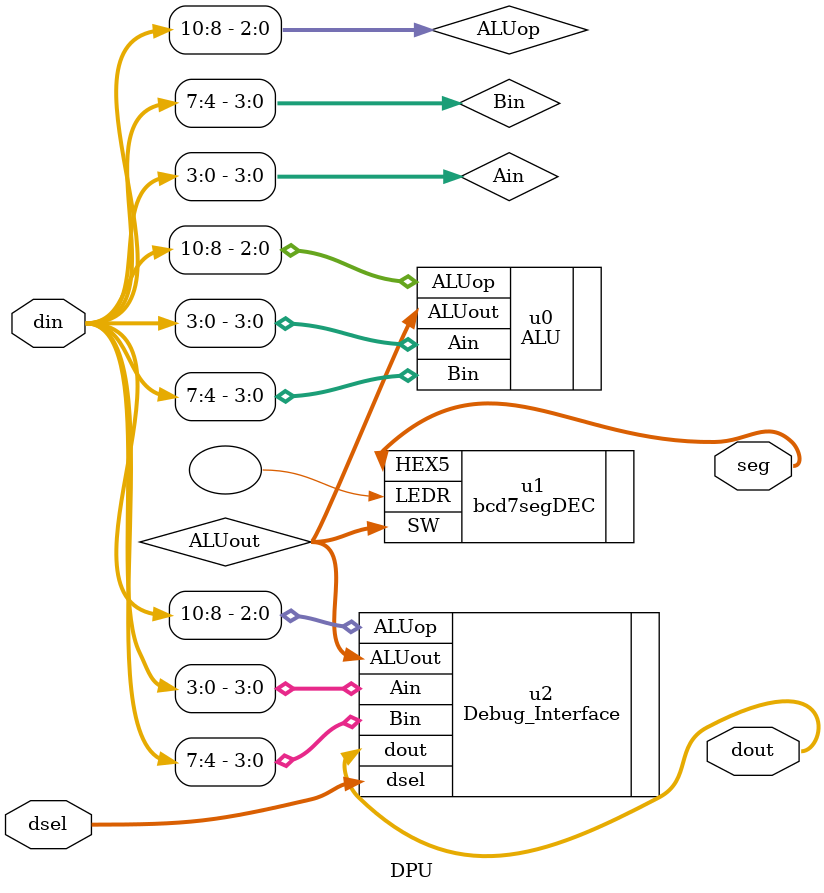
<source format=v>

module DPU (
	input [15:0] din,
	input [1:0] dsel,
	output [7:0] seg, dout
);

	wire [3:0] Ain = din[3:0];
	wire [3:0] Bin = din[7:4];
	wire [2:0] ALUop = din[10:8];
	wire [3:0] ALUout;

	
	ALU u0 (.Ain(Ain), .Bin(Bin), .ALUop(ALUop), .ALUout(ALUout));
	bcd7segDEC u1 (.SW(ALUout), .HEX5(seg), .LEDR());
	Debug_Interface u2 (.ALUout(ALUout), .Ain(Ain), .Bin(Bin), .ALUop(ALUop), .dsel(dsel), .dout(dout));

endmodule
</source>
